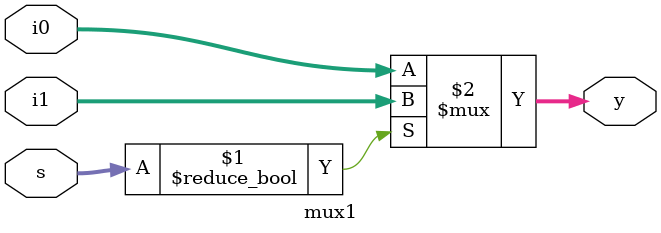
<source format=v>
module top_module(
    input [31:0] a,
    input [31:0] b,
    output [31:0] sum
);
    wire w0;
    wire [15:0]w1,w2;

    add16 adder1(.a(a[15:0]), .b(b[15:0]), .sum(sum[15:0]), .cout(w0));
    add16 adder2(.a(a[31:16]), .b(b[31:16]), .sum(w1[15:0]));
    add16 adder3(.a(a[31:16]), .b(b[31:16]), .sum(w2[15:0]), .cin(1'b1));
    mux1 m1( .i0(w1), .i1(w2), .s(w0), .y(sum[31:16]));

endmodule

 module mux1(input [15:0]i0,i1,s,output [15:0]y);
 assign y = s ? i1 : i0;
 endmodule
</source>
